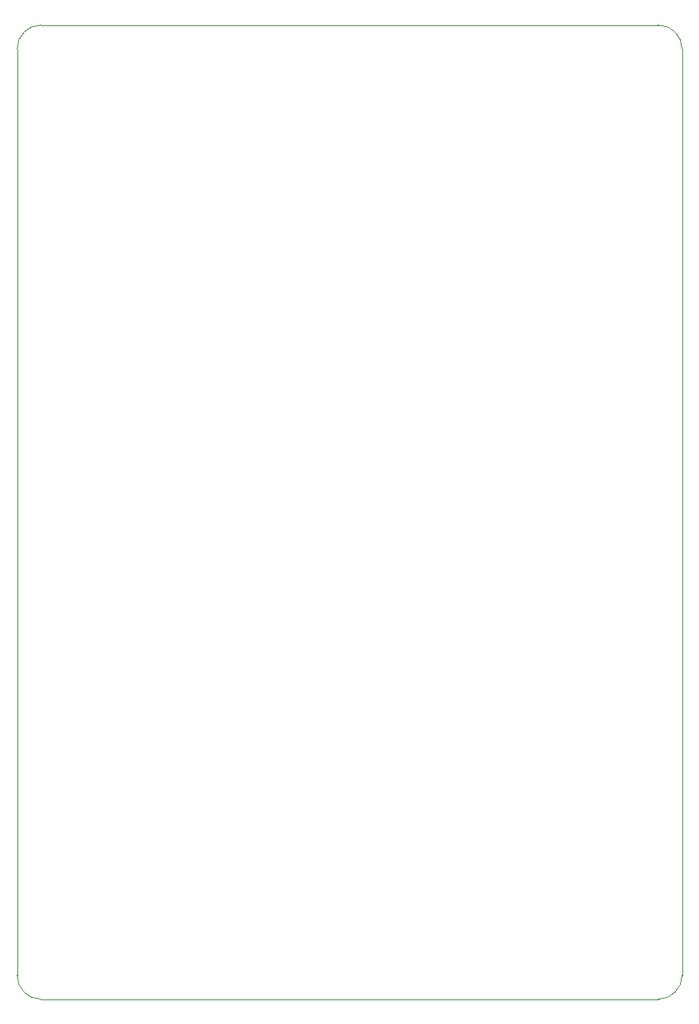
<source format=gbr>
G04 #@! TF.GenerationSoftware,KiCad,Pcbnew,(5.0.2)-1*
G04 #@! TF.CreationDate,2019-03-19T15:18:45-05:00*
G04 #@! TF.ProjectId,10MHz-Rb-Ref,31304d48-7a2d-4526-922d-5265662e6b69,rev?*
G04 #@! TF.SameCoordinates,Original*
G04 #@! TF.FileFunction,Profile,NP*
%FSLAX46Y46*%
G04 Gerber Fmt 4.6, Leading zero omitted, Abs format (unit mm)*
G04 Created by KiCad (PCBNEW (5.0.2)-1) date 3/19/2019 3:18:45 PM*
%MOMM*%
%LPD*%
G01*
G04 APERTURE LIST*
%ADD10C,0.100000*%
G04 APERTURE END LIST*
D10*
X45720000Y-55880000D02*
G75*
G02X48260000Y-53340000I2540000J0D01*
G01*
X114300000Y-53340000D02*
G75*
G02X116840000Y-55880000I0J-2540000D01*
G01*
X116840000Y-154940000D02*
G75*
G02X114300000Y-157480000I-2540000J0D01*
G01*
X48260000Y-157480000D02*
G75*
G02X45720000Y-154940000I0J2540000D01*
G01*
X116840000Y-55880000D02*
X116840000Y-154940000D01*
X114300000Y-157480000D02*
X48260000Y-157480000D01*
X45720000Y-55880000D02*
X45720000Y-154940000D01*
X114300000Y-53340000D02*
X48260000Y-53340000D01*
M02*

</source>
